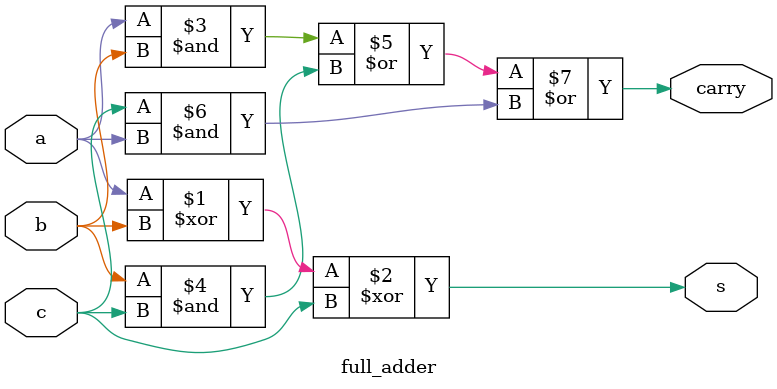
<source format=v>
`timescale 1ns / 1ps


module full_adder(
    input a,b,c,
    output s,carry
    );
    
    assign s = a^b^c;
    assign carry = a&b |b&c | c&a;
endmodule

</source>
